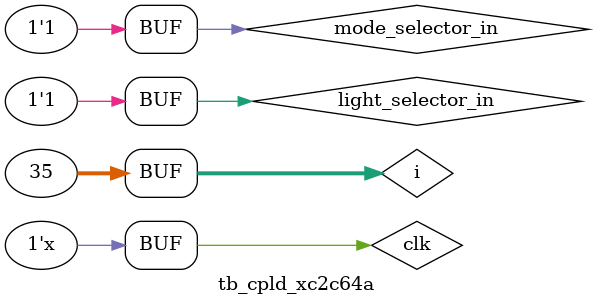
<source format=v>
`timescale 1ns/100ps

module tb_cpld_xc2c64a();
	
	integer i;
	
	reg  clk;
	wire resetn_cube;
	reg  mode_selector_in;
	reg  light_selector_in;
	wire mode_selector_out;
	wire light_selector_out;

	top_cpld_xc2c64a top_cpld_xc2c64a_inst 
	(
		.clk_system(clk),
		.resetn_cube(resetn_cube),	
		.mode_selector_in(mode_selector_in), 
		.light_selector_in(light_selector_in),
		.mode_selector_out(mode_selector_out), 
		.light_selector_out(light_selector_out)
	);
	
	always 
		#20.8 clk = !clk;
	
	initial
	begin
		clk = 0;
		mode_selector_in = 1;
		light_selector_in = 1;
		$display("!Running testbench.");
	end
	
	initial
	begin
		for(i=0; i<10; i=i+1)
		begin
			#10000000 mode_selector_in = 1;
		end
		
		#1000000 mode_selector_in = 0;
		#1000000 mode_selector_in = 0;
		#100 mode_selector_in = 1;
		#100 mode_selector_in = 0;
		#1000 mode_selector_in = 1;
		#100 mode_selector_in = 0;
		#100000000 mode_selector_in = 1;
		#100 mode_selector_in = 0;
		#100 mode_selector_in = 1;
		#100 mode_selector_in = 0;
		#100 mode_selector_in = 1;
		$display("!1 Push mode_selector_in is done.");
		
		for(i=0; i<20; i=i+1)
		begin
			#10000000 mode_selector_in = 1;
		end
		
		#1000000 mode_selector_in = 0;
		#1000000 mode_selector_in = 0;
		#100 mode_selector_in = 1;
		#100 mode_selector_in = 0;
		#1000 mode_selector_in = 1;
		#100 mode_selector_in = 0;
		#100000000 mode_selector_in = 1;
		#100 mode_selector_in = 0;
		#100 mode_selector_in = 1;
		#100 mode_selector_in = 0;
		#100 mode_selector_in = 1;
		$display("!2 Push mode_selector_in is done.");
	end 
	
	initial
	begin
		for(i=0; i<15; i=i+1)
		begin
			#10000000 light_selector_in = 1;
		end
		
		#10000000 light_selector_in = 0;
		#100 light_selector_in = 1;
		#100 light_selector_in = 0;
		#1000 light_selector_in = 1;
		#100 light_selector_in = 0;
		#100000000 mode_selector_in = 1;
		#100 light_selector_in = 0;
		#100 light_selector_in = 1;
		#100 light_selector_in = 0;
		#100 light_selector_in = 1;
		$display("!1 Push light_selector_in is done.");

		for(i=0; i<35; i=i+1)
		begin
			#10000000 light_selector_in = 1;
		end

		#10000000 light_selector_in = 0;
		#100 light_selector_in = 1;
		#100 light_selector_in = 0;
		#1000 light_selector_in = 1;
		#100 light_selector_in = 0;
		#100000000 mode_selector_in = 1;
		#100 light_selector_in = 0;
		#100 light_selector_in = 1;
		#100 light_selector_in = 0;
		#100 light_selector_in = 1;
		$display("!2 Push light_selector_in is done.");
	end 
	
endmodule  

</source>
